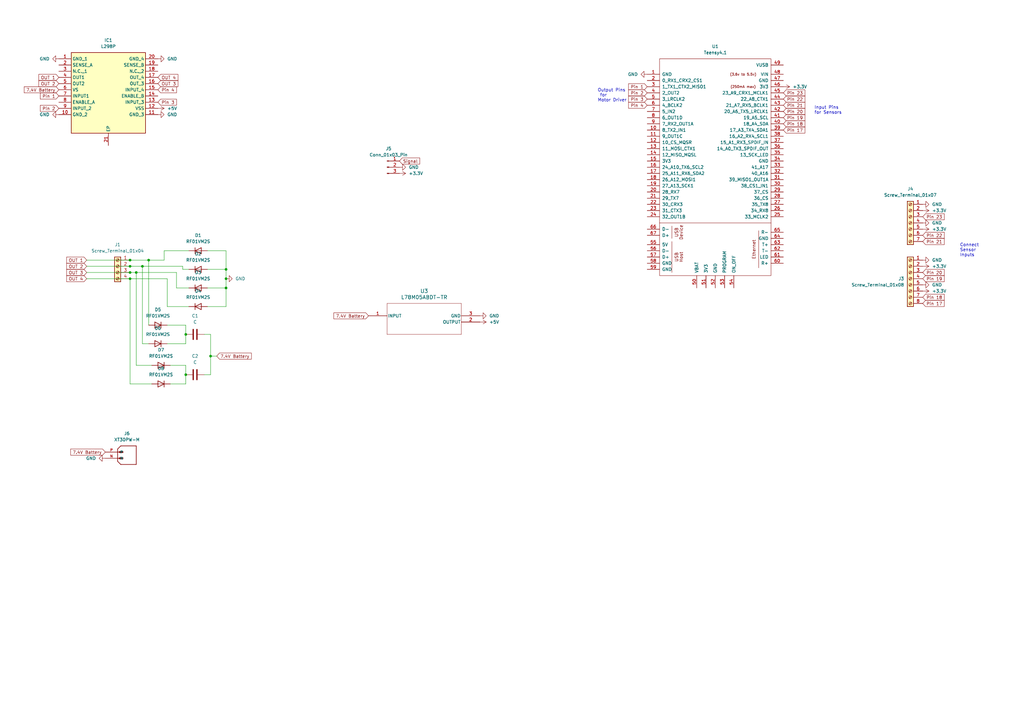
<source format=kicad_sch>
(kicad_sch (version 20230121) (generator eeschema)
  (paper "A3")
  (lib_symbols
    (symbol "Connector:Conn_01x03_Pin" (pin_names (offset 1.016) hide)
      (property "Reference" "J" (at 0 5.08 0))
      (property "Value" "Conn_01x03_Pin" (at 0 -5.08 0))
      (symbol "Conn_01x03_Pin_1_1"
        (polyline (pts (xy 1.27 -2.54) (xy 0.8636 -2.54)) (stroke (width 0.1524)))
        (polyline (pts (xy 1.27 0) (xy 0.8636 0)) (stroke (width 0.1524)))
        (polyline (pts (xy 1.27 2.54) (xy 0.8636 2.54)) (stroke (width 0.1524)))
        (rectangle (start 0.8636 -2.413) (end 0 -2.667) (stroke (width 0.1524)) (fill (type outline)))
        (rectangle (start 0.8636 0.127) (end 0 -0.127) (stroke (width 0.1524)) (fill (type outline)))
        (rectangle (start 0.8636 2.667) (end 0 2.413) (stroke (width 0.1524)) (fill (type outline)))
        (pin passive line (at 5.08 2.54 180) (length 3.81) (name "Pin_1") (number "1"))
        (pin passive line (at 5.08 0 180) (length 3.81) (name "Pin_2") (number "2"))
        (pin passive line (at 5.08 -2.54 180) (length 3.81) (name "Pin_3") (number "3"))
      )
    )
    (symbol "Connector:Screw_Terminal_01x04" (pin_names (offset 1.016) hide)
      (property "Reference" "J" (at 0 5.08 0))
      (property "Value" "Screw_Terminal_01x04" (at 0 -7.62 0))
      (symbol "Screw_Terminal_01x04_1_1"
        (rectangle (start -1.27 3.81) (end 1.27 -6.35) (stroke (width 0.254)) (fill (type background)))
        (circle (center 0 -5.08) (radius 0.635) (stroke (width 0.1524)))
        (circle (center 0 -2.54) (radius 0.635) (stroke (width 0.1524)))
        (polyline (pts (xy -0.5334 -4.7498) (xy 0.3302 -5.588)) (stroke (width 0.1524)))
        (polyline (pts (xy -0.5334 -2.2098) (xy 0.3302 -3.048)) (stroke (width 0.1524)))
        (polyline (pts (xy -0.5334 0.3302) (xy 0.3302 -0.508)) (stroke (width 0.1524)))
        (polyline (pts (xy -0.5334 2.8702) (xy 0.3302 2.032)) (stroke (width 0.1524)))
        (polyline (pts (xy -0.3556 -4.572) (xy 0.508 -5.4102)) (stroke (width 0.1524)))
        (polyline (pts (xy -0.3556 -2.032) (xy 0.508 -2.8702)) (stroke (width 0.1524)))
        (polyline (pts (xy -0.3556 0.508) (xy 0.508 -0.3302)) (stroke (width 0.1524)))
        (polyline (pts (xy -0.3556 3.048) (xy 0.508 2.2098)) (stroke (width 0.1524)))
        (circle (center 0 0) (radius 0.635) (stroke (width 0.1524)))
        (circle (center 0 2.54) (radius 0.635) (stroke (width 0.1524)))
        (pin passive line (at -5.08 2.54 0) (length 3.81) (name "Pin_1") (number "1"))
        (pin passive line (at -5.08 0 0) (length 3.81) (name "Pin_2") (number "2"))
        (pin passive line (at -5.08 -2.54 0) (length 3.81) (name "Pin_3") (number "3"))
        (pin passive line (at -5.08 -5.08 0) (length 3.81) (name "Pin_4") (number "4"))
      )
    )
    (symbol "Connector:Screw_Terminal_01x07" (pin_names (offset 1.016) hide)
      (property "Reference" "J" (at 0 10.16 0))
      (property "Value" "Screw_Terminal_01x07" (at 0 -10.16 0))
      (symbol "Screw_Terminal_01x07_1_1"
        (rectangle (start -1.27 8.89) (end 1.27 -8.89) (stroke (width 0.254)) (fill (type background)))
        (circle (center 0 -7.62) (radius 0.635) (stroke (width 0.1524)))
        (circle (center 0 -5.08) (radius 0.635) (stroke (width 0.1524)))
        (circle (center 0 -2.54) (radius 0.635) (stroke (width 0.1524)))
        (polyline (pts (xy -0.5334 -7.2898) (xy 0.3302 -8.128)) (stroke (width 0.1524)))
        (polyline (pts (xy -0.5334 -4.7498) (xy 0.3302 -5.588)) (stroke (width 0.1524)))
        (polyline (pts (xy -0.5334 -2.2098) (xy 0.3302 -3.048)) (stroke (width 0.1524)))
        (polyline (pts (xy -0.5334 0.3302) (xy 0.3302 -0.508)) (stroke (width 0.1524)))
        (polyline (pts (xy -0.5334 2.8702) (xy 0.3302 2.032)) (stroke (width 0.1524)))
        (polyline (pts (xy -0.5334 5.4102) (xy 0.3302 4.572)) (stroke (width 0.1524)))
        (polyline (pts (xy -0.5334 7.9502) (xy 0.3302 7.112)) (stroke (width 0.1524)))
        (polyline (pts (xy -0.3556 -7.112) (xy 0.508 -7.9502)) (stroke (width 0.1524)))
        (polyline (pts (xy -0.3556 -4.572) (xy 0.508 -5.4102)) (stroke (width 0.1524)))
        (polyline (pts (xy -0.3556 -2.032) (xy 0.508 -2.8702)) (stroke (width 0.1524)))
        (polyline (pts (xy -0.3556 0.508) (xy 0.508 -0.3302)) (stroke (width 0.1524)))
        (polyline (pts (xy -0.3556 3.048) (xy 0.508 2.2098)) (stroke (width 0.1524)))
        (polyline (pts (xy -0.3556 5.588) (xy 0.508 4.7498)) (stroke (width 0.1524)))
        (polyline (pts (xy -0.3556 8.128) (xy 0.508 7.2898)) (stroke (width 0.1524)))
        (circle (center 0 0) (radius 0.635) (stroke (width 0.1524)))
        (circle (center 0 2.54) (radius 0.635) (stroke (width 0.1524)))
        (circle (center 0 5.08) (radius 0.635) (stroke (width 0.1524)))
        (circle (center 0 7.62) (radius 0.635) (stroke (width 0.1524)))
        (pin passive line (at -5.08 7.62 0) (length 3.81) (name "Pin_1") (number "1"))
        (pin passive line (at -5.08 5.08 0) (length 3.81) (name "Pin_2") (number "2"))
        (pin passive line (at -5.08 2.54 0) (length 3.81) (name "Pin_3") (number "3"))
        (pin passive line (at -5.08 0 0) (length 3.81) (name "Pin_4") (number "4"))
        (pin passive line (at -5.08 -2.54 0) (length 3.81) (name "Pin_5") (number "5"))
        (pin passive line (at -5.08 -5.08 0) (length 3.81) (name "Pin_6") (number "6"))
        (pin passive line (at -5.08 -7.62 0) (length 3.81) (name "Pin_7") (number "7"))
      )
    )
    (symbol "Connector:Screw_Terminal_01x08" (pin_names (offset 1.016) hide)
      (property "Reference" "J" (at 0 10.16 0))
      (property "Value" "Screw_Terminal_01x08" (at 0 -12.7 0))
      (symbol "Screw_Terminal_01x08_1_1"
        (rectangle (start -1.27 8.89) (end 1.27 -11.43) (stroke (width 0.254)) (fill (type background)))
        (circle (center 0 -10.16) (radius 0.635) (stroke (width 0.1524)))
        (circle (center 0 -7.62) (radius 0.635) (stroke (width 0.1524)))
        (circle (center 0 -5.08) (radius 0.635) (stroke (width 0.1524)))
        (circle (center 0 -2.54) (radius 0.635) (stroke (width 0.1524)))
        (polyline (pts (xy -0.5334 -9.8298) (xy 0.3302 -10.668)) (stroke (width 0.1524)))
        (polyline (pts (xy -0.5334 -7.2898) (xy 0.3302 -8.128)) (stroke (width 0.1524)))
        (polyline (pts (xy -0.5334 -4.7498) (xy 0.3302 -5.588)) (stroke (width 0.1524)))
        (polyline (pts (xy -0.5334 -2.2098) (xy 0.3302 -3.048)) (stroke (width 0.1524)))
        (polyline (pts (xy -0.5334 0.3302) (xy 0.3302 -0.508)) (stroke (width 0.1524)))
        (polyline (pts (xy -0.5334 2.8702) (xy 0.3302 2.032)) (stroke (width 0.1524)))
        (polyline (pts (xy -0.5334 5.4102) (xy 0.3302 4.572)) (stroke (width 0.1524)))
        (polyline (pts (xy -0.5334 7.9502) (xy 0.3302 7.112)) (stroke (width 0.1524)))
        (polyline (pts (xy -0.3556 -9.652) (xy 0.508 -10.4902)) (stroke (width 0.1524)))
        (polyline (pts (xy -0.3556 -7.112) (xy 0.508 -7.9502)) (stroke (width 0.1524)))
        (polyline (pts (xy -0.3556 -4.572) (xy 0.508 -5.4102)) (stroke (width 0.1524)))
        (polyline (pts (xy -0.3556 -2.032) (xy 0.508 -2.8702)) (stroke (width 0.1524)))
        (polyline (pts (xy -0.3556 0.508) (xy 0.508 -0.3302)) (stroke (width 0.1524)))
        (polyline (pts (xy -0.3556 3.048) (xy 0.508 2.2098)) (stroke (width 0.1524)))
        (polyline (pts (xy -0.3556 5.588) (xy 0.508 4.7498)) (stroke (width 0.1524)))
        (polyline (pts (xy -0.3556 8.128) (xy 0.508 7.2898)) (stroke (width 0.1524)))
        (circle (center 0 0) (radius 0.635) (stroke (width 0.1524)))
        (circle (center 0 2.54) (radius 0.635) (stroke (width 0.1524)))
        (circle (center 0 5.08) (radius 0.635) (stroke (width 0.1524)))
        (circle (center 0 7.62) (radius 0.635) (stroke (width 0.1524)))
        (pin passive line (at -5.08 7.62 0) (length 3.81) (name "Pin_1") (number "1"))
        (pin passive line (at -5.08 5.08 0) (length 3.81) (name "Pin_2") (number "2"))
        (pin passive line (at -5.08 2.54 0) (length 3.81) (name "Pin_3") (number "3"))
        (pin passive line (at -5.08 0 0) (length 3.81) (name "Pin_4") (number "4"))
        (pin passive line (at -5.08 -2.54 0) (length 3.81) (name "Pin_5") (number "5"))
        (pin passive line (at -5.08 -5.08 0) (length 3.81) (name "Pin_6") (number "6"))
        (pin passive line (at -5.08 -7.62 0) (length 3.81) (name "Pin_7") (number "7"))
        (pin passive line (at -5.08 -10.16 0) (length 3.81) (name "Pin_8") (number "8"))
      )
    )
    (symbol "Device:C" (pin_numbers hide) (pin_names (offset 0.254))
      (property "Reference" "C" (at 0.635 2.54 0))
      (property "Value" "C" (at 0.635 -2.54 0))
      (symbol "C_0_1"
        (polyline (pts (xy -2.032 -0.762) (xy 2.032 -0.762)) (stroke (width 0.508)))
        (polyline (pts (xy -2.032 0.762) (xy 2.032 0.762)) (stroke (width 0.508)))
      )
      (symbol "C_1_1"
        (pin passive line (at 0 3.81 270) (length 2.794) (name "~") (number "1"))
        (pin passive line (at 0 -3.81 90) (length 2.794) (name "~") (number "2"))
      )
    )
    (symbol "Diode:RF01VM2S" (pin_numbers hide) (pin_names hide)
      (property "Reference" "D" (at 0 2.54 0))
      (property "Value" "RF01VM2S" (at 0 -2.54 0))
      (symbol "RF01VM2S_0_1"
        (polyline (pts (xy -1.27 1.27) (xy -1.27 -1.27)) (stroke (width 0.254)))
        (polyline (pts (xy 1.27 0) (xy -1.27 0)))
        (polyline (pts (xy 1.27 1.27) (xy 1.27 -1.27) (xy -1.27 0) (xy 1.27 1.27)) (stroke (width 0.254)))
      )
      (symbol "RF01VM2S_1_1"
        (pin passive line (at -3.81 0 0) (length 2.54) (name "K") (number "1"))
        (pin passive line (at 3.81 0 180) (length 2.54) (name "A") (number "2"))
      )
    )
    (symbol "L298P:L298P"
      (property "Reference" "IC" (at 36.83 7.62 0))
      (property "Value" "L298P" (at 36.83 5.08 0))
      (symbol "L298P_1_1"
        (rectangle (start 5.08 2.54) (end 35.56 -30.48) (stroke (width 0.254)) (fill (type background)))
        (pin passive line (at 0 0 0) (length 5.08) (name "GND_1") (number "1"))
        (pin passive line (at 0 -22.86 0) (length 5.08) (name "GND_2") (number "10"))
        (pin passive line (at 40.64 -22.86 180) (length 5.08) (name "GND_3") (number "11"))
        (pin passive line (at 40.64 -20.32 180) (length 5.08) (name "VSS") (number "12"))
        (pin passive line (at 40.64 -17.78 180) (length 5.08) (name "INPUT_3") (number "13"))
        (pin passive line (at 40.64 -15.24 180) (length 5.08) (name "ENABLE_B") (number "14"))
        (pin passive line (at 40.64 -12.7 180) (length 5.08) (name "INPUT_4") (number "15"))
        (pin passive line (at 40.64 -10.16 180) (length 5.08) (name "OUT_3") (number "16"))
        (pin passive line (at 40.64 -7.62 180) (length 5.08) (name "OUT_4") (number "17"))
        (pin passive line (at 40.64 -5.08 180) (length 5.08) (name "N.C._2") (number "18"))
        (pin passive line (at 40.64 -2.54 180) (length 5.08) (name "SENSE_B") (number "19"))
        (pin passive line (at 0 -2.54 0) (length 5.08) (name "SENSE_A") (number "2"))
        (pin passive line (at 40.64 0 180) (length 5.08) (name "GND_4") (number "20"))
        (pin passive line (at 20.32 -35.56 90) (length 5.08) (name "EP") (number "21"))
        (pin passive line (at 0 -5.08 0) (length 5.08) (name "N.C._1") (number "3"))
        (pin passive line (at 0 -7.62 0) (length 5.08) (name "OUT1") (number "4"))
        (pin passive line (at 0 -10.16 0) (length 5.08) (name "OUT2") (number "5"))
        (pin passive line (at 0 -12.7 0) (length 5.08) (name "VS") (number "6"))
        (pin passive line (at 0 -15.24 0) (length 5.08) (name "INPUT1") (number "7"))
        (pin passive line (at 0 -17.78 0) (length 5.08) (name "ENABLE_A") (number "8"))
        (pin passive line (at 0 -20.32 0) (length 5.08) (name "INPUT_2") (number "9"))
      )
    )
    (symbol "L78M05ABDT-TR:L78M05ABDT-TR" (pin_names (offset 0.254))
      (property "Reference" "U" (at 22.86 10.16 0))
      (property "Value" "L78M05ABDT-TR" (at 22.86 7.62 0))
      (symbol "L78M05ABDT-TR_0_1"
        (polyline (pts (xy 7.62 -7.62) (xy 38.1 -7.62)) (stroke (width 0.127)))
        (polyline (pts (xy 7.62 5.08) (xy 7.62 -7.62)) (stroke (width 0.127)))
        (polyline (pts (xy 38.1 -7.62) (xy 38.1 5.08)) (stroke (width 0.127)))
        (polyline (pts (xy 38.1 5.08) (xy 7.62 5.08)) (stroke (width 0.127)))
        (pin input line (at 0 0 0) (length 7.62) (name "INPUT") (number "1"))
        (pin output line (at 45.72 -2.54 180) (length 7.62) (name "OUTPUT") (number "2"))
        (pin power_out line (at 45.72 0 180) (length 7.62) (name "GND") (number "3"))
      )
    )
    (symbol "XT30PW-M:XT30PW-M" (pin_names (offset 1.016))
      (property "Reference" "J" (at -7.62 3.302 0))
      (property "Value" "XT30PW-M" (at -7.62 -7.62 0))
      (symbol "XT30PW-M_0_0"
        (rectangle (start -2.2225 -2.8575) (end -0.635 -2.2225) (stroke (width 0.1)) (fill (type outline)))
        (rectangle (start -2.2225 -0.3175) (end -0.635 0.3175) (stroke (width 0.1)) (fill (type outline)))
        (polyline (pts (xy -7.62 -5.08) (xy -7.62 2.54)) (stroke (width 0.254)))
        (polyline (pts (xy -7.62 2.54) (xy -1.27 2.54)) (stroke (width 0.254)))
        (polyline (pts (xy -1.27 -5.08) (xy -7.62 -5.08)) (stroke (width 0.254)))
        (polyline (pts (xy 0 -3.81) (xy -1.27 -5.08)) (stroke (width 0.254)))
        (polyline (pts (xy 0 -2.54) (xy -1.905 -2.54)) (stroke (width 0.254)))
        (polyline (pts (xy 0 0) (xy -1.905 0)) (stroke (width 0.254)))
        (polyline (pts (xy 0 0) (xy 0 -3.81)) (stroke (width 0.254)))
        (polyline (pts (xy 0 1.27) (xy -1.27 2.54)) (stroke (width 0.254)))
        (polyline (pts (xy 0 1.27) (xy 0 0)) (stroke (width 0.254)))
        (pin power_in line (at 5.08 -2.54 180) (length 5.08) (name "N") (number "N"))
        (pin power_in line (at 5.08 0 180) (length 5.08) (name "P") (number "P"))
      )
    )
    (symbol "power:+3.3V" (power) (pin_names (offset 0))
      (property "Value" "+3.3V" (at 0 3.556 0))
      (symbol "+3.3V_0_1"
        (polyline (pts (xy -0.762 1.27) (xy 0 2.54)))
        (polyline (pts (xy 0 0) (xy 0 2.54)))
        (polyline (pts (xy 0 2.54) (xy 0.762 1.27)))
      )
      (symbol "+3.3V_1_1"
        (pin power_in line (at 0 0 90) (length 0) hide (name "+3.3V") (number "1"))
      )
    )
    (symbol "power:+5V" (power) (pin_names (offset 0))
      (property "Value" "+5V" (at 0 3.556 0))
      (symbol "+5V_0_1"
        (polyline (pts (xy -0.762 1.27) (xy 0 2.54)))
        (polyline (pts (xy 0 0) (xy 0 2.54)))
        (polyline (pts (xy 0 2.54) (xy 0.762 1.27)))
      )
      (symbol "+5V_1_1"
        (pin power_in line (at 0 0 90) (length 0) hide (name "+5V") (number "1"))
      )
    )
    (symbol "power:GND" (power) (pin_names (offset 0))
      (property "Value" "GND" (at 0 -3.81 0))
      (symbol "GND_0_1"
        (polyline (pts (xy 0 0) (xy 0 -1.27) (xy 1.27 -1.27) (xy 0 -2.54) (xy -1.27 -1.27) (xy 0 -1.27)))
      )
      (symbol "GND_1_1"
        (pin power_in line (at 0 0 270) (length 0) hide (name "GND") (number "1"))
      )
    )
    (symbol "teensy:Teensy4.1" (pin_names (offset 1.016))
      (property "Reference" "U" (at 0 64.77 0))
      (property "Value" "Teensy4.1" (at 0 62.23 0))
      (symbol "Teensy4.1_0_0"
        (polyline (pts (xy -22.86 -6.35) (xy 22.86 -6.35)))
        (polyline (pts (xy -17.78 -26.67) (xy -17.78 -13.97)))
        (polyline (pts (xy -17.78 -7.62) (xy -17.78 -12.7)))
        (polyline (pts (xy 17.78 -9.525) (xy 17.78 -24.765)))
        (text "(250mA max)" (at 11.43 49.53 0) (effects (font (size 1.016 1.016))))
        (text "(3.6v to 5.5v)" (at 11.43 54.61 0) (effects (font (size 1.016 1.016))))
        (text "Device" (at -13.97 -10.16 900) (effects (font (size 1.27 1.27))))
        (text "Ethernet" (at 15.875 -17.145 900) (effects (font (size 1.27 1.27))))
        (text "Host" (at -13.97 -20.32 900) (effects (font (size 1.27 1.27))))
        (text "USB" (at -15.875 -20.32 900) (effects (font (size 1.27 1.27))))
        (text "USB" (at -15.875 -10.16 900) (effects (font (size 1.27 1.27))))
        (pin bidirectional line (at -27.94 31.75 0) (length 5.08) (name "8_TX2_IN1") (number "10"))
        (pin bidirectional line (at -27.94 29.21 0) (length 5.08) (name "9_OUT1C") (number "11"))
        (pin bidirectional line (at -27.94 26.67 0) (length 5.08) (name "10_CS_MQSR") (number "12"))
        (pin bidirectional line (at -27.94 24.13 0) (length 5.08) (name "11_MOSI_CTX1") (number "13"))
        (pin bidirectional line (at -27.94 21.59 0) (length 5.08) (name "12_MISO_MQSL") (number "14"))
        (pin power_in line (at -27.94 19.05 0) (length 5.08) (name "3V3") (number "15"))
        (pin bidirectional line (at -27.94 16.51 0) (length 5.08) (name "24_A10_TX6_SCL2") (number "16"))
        (pin bidirectional line (at -27.94 13.97 0) (length 5.08) (name "25_A11_RX6_SDA2") (number "17"))
        (pin bidirectional line (at -27.94 11.43 0) (length 5.08) (name "26_A12_MOSI1") (number "18"))
        (pin bidirectional line (at -27.94 8.89 0) (length 5.08) (name "27_A13_SCK1") (number "19"))
        (pin bidirectional line (at -27.94 6.35 0) (length 5.08) (name "28_RX7") (number "20"))
        (pin bidirectional line (at -27.94 3.81 0) (length 5.08) (name "29_TX7") (number "21"))
        (pin bidirectional line (at -27.94 1.27 0) (length 5.08) (name "30_CRX3") (number "22"))
        (pin bidirectional line (at -27.94 -1.27 0) (length 5.08) (name "31_CTX3") (number "23"))
        (pin bidirectional line (at -27.94 -3.81 0) (length 5.08) (name "32_OUT1B") (number "24"))
        (pin bidirectional line (at 27.94 -3.81 180) (length 5.08) (name "33_MCLK2") (number "25"))
        (pin bidirectional line (at 27.94 -1.27 180) (length 5.08) (name "34_RX8") (number "26"))
        (pin bidirectional line (at 27.94 1.27 180) (length 5.08) (name "35_TX8") (number "27"))
        (pin bidirectional line (at 27.94 3.81 180) (length 5.08) (name "36_CS") (number "28"))
        (pin bidirectional line (at 27.94 6.35 180) (length 5.08) (name "37_CS") (number "29"))
        (pin bidirectional line (at 27.94 8.89 180) (length 5.08) (name "38_CS1_IN1") (number "30"))
        (pin bidirectional line (at 27.94 11.43 180) (length 5.08) (name "39_MISO1_OUT1A") (number "31"))
        (pin bidirectional line (at 27.94 13.97 180) (length 5.08) (name "40_A16") (number "32"))
        (pin bidirectional line (at 27.94 16.51 180) (length 5.08) (name "41_A17") (number "33"))
        (pin bidirectional line (at 27.94 21.59 180) (length 5.08) (name "13_SCK_LED") (number "35"))
        (pin bidirectional line (at 27.94 24.13 180) (length 5.08) (name "14_A0_TX3_SPDIF_OUT") (number "36"))
        (pin bidirectional line (at 27.94 26.67 180) (length 5.08) (name "15_A1_RX3_SPDIF_IN") (number "37"))
        (pin bidirectional line (at 27.94 29.21 180) (length 5.08) (name "16_A2_RX4_SCL1") (number "38"))
        (pin bidirectional line (at 27.94 31.75 180) (length 5.08) (name "17_A3_TX4_SDA1") (number "39"))
        (pin bidirectional line (at 27.94 34.29 180) (length 5.08) (name "18_A4_SDA") (number "40"))
        (pin bidirectional line (at 27.94 36.83 180) (length 5.08) (name "19_A5_SCL") (number "41"))
        (pin bidirectional line (at 27.94 39.37 180) (length 5.08) (name "20_A6_TX5_LRCLK1") (number "42"))
        (pin bidirectional line (at 27.94 41.91 180) (length 5.08) (name "21_A7_RX5_BCLK1") (number "43"))
        (pin bidirectional line (at 27.94 44.45 180) (length 5.08) (name "22_A8_CTX1") (number "44"))
        (pin bidirectional line (at 27.94 46.99 180) (length 5.08) (name "23_A9_CRX1_MCLK1") (number "45"))
        (pin output line (at 27.94 49.53 180) (length 5.08) (name "3V3") (number "46"))
        (pin output line (at 27.94 52.07 180) (length 5.08) (name "GND") (number "47"))
        (pin power_in line (at 27.94 54.61 180) (length 5.08) (name "VIN") (number "48"))
        (pin power_out line (at 27.94 58.42 180) (length 5.08) (name "VUSB") (number "49"))
        (pin bidirectional line (at -27.94 44.45 0) (length 5.08) (name "3_LRCLK2") (number "5"))
        (pin power_in line (at -7.62 -33.02 90) (length 5.08) (name "VBAT") (number "50"))
        (pin power_in line (at -3.81 -33.02 90) (length 5.08) (name "3V3") (number "51"))
        (pin input line (at 0 -33.02 90) (length 5.08) (name "GND") (number "52"))
        (pin input line (at 3.81 -33.02 90) (length 5.08) (name "PROGRAM") (number "53"))
        (pin input line (at 7.62 -33.02 90) (length 5.08) (name "ON_OFF") (number "54"))
        (pin power_out line (at -27.94 -15.24 0) (length 5.08) (name "5V") (number "55"))
        (pin bidirectional line (at -27.94 -17.78 0) (length 5.08) (name "D-") (number "56"))
        (pin bidirectional line (at -27.94 -20.32 0) (length 5.08) (name "D+") (number "57"))
        (pin power_in line (at -27.94 -22.86 0) (length 5.08) (name "GND") (number "58"))
        (pin power_in line (at -27.94 -25.4 0) (length 5.08) (name "GND") (number "59"))
        (pin bidirectional line (at -27.94 41.91 0) (length 5.08) (name "4_BCLK2") (number "6"))
        (pin bidirectional line (at 27.94 -22.86 180) (length 5.08) (name "R+") (number "60"))
        (pin bidirectional line (at 27.94 -20.32 180) (length 5.08) (name "LED") (number "61"))
        (pin bidirectional line (at 27.94 -17.78 180) (length 5.08) (name "T-") (number "62"))
        (pin bidirectional line (at 27.94 -15.24 180) (length 5.08) (name "T+") (number "63"))
        (pin power_in line (at 27.94 -12.7 180) (length 5.08) (name "GND") (number "64"))
        (pin bidirectional line (at 27.94 -10.16 180) (length 5.08) (name "R-") (number "65"))
        (pin bidirectional line (at -27.94 -8.89 0) (length 5.08) (name "D-") (number "66"))
        (pin bidirectional line (at -27.94 -11.43 0) (length 5.08) (name "D+") (number "67"))
        (pin bidirectional line (at -27.94 39.37 0) (length 5.08) (name "5_IN2") (number "7"))
        (pin bidirectional line (at -27.94 36.83 0) (length 5.08) (name "6_OUT1D") (number "8"))
        (pin bidirectional line (at -27.94 34.29 0) (length 5.08) (name "7_RX2_OUT1A") (number "9"))
      )
      (symbol "Teensy4.1_0_1"
        (rectangle (start -22.86 60.96) (end 22.86 -27.94))
        (rectangle (start -20.32 -1.27) (end -20.32 -1.27))
      )
      (symbol "Teensy4.1_1_1"
        (pin power_in line (at -27.94 54.61 0) (length 5.08) (name "GND") (number "1"))
        (pin bidirectional line (at -27.94 52.07 0) (length 5.08) (name "0_RX1_CRX2_CS1") (number "2"))
        (pin bidirectional line (at -27.94 49.53 0) (length 5.08) (name "1_TX1_CTX2_MISO1") (number "3"))
        (pin power_in line (at 27.94 19.05 180) (length 5.08) (name "GND") (number "34"))
        (pin bidirectional line (at -27.94 46.99 0) (length 5.08) (name "2_OUT2") (number "4"))
      )
    )
  )
  (junction (at 92.71 118.11))
  (junction (at 86.36 146.05))
  (junction (at 92.71 110.49))
  (junction (at 92.71 114.3))
  (junction (at 53.34 109.22))
  (junction (at 58.42 109.22))
  (junction (at 60.96 106.68))
  (junction (at 76.2 137.16))
  (junction (at 53.34 111.76))
  (junction (at 53.34 114.3))
  (junction (at 76.2 153.67))
  (junction (at 55.88 111.76))
  (junction (at 53.34 106.68))
  (wire (pts (xy 53.34 157.48) (xy 53.34 114.3)))
  (wire (pts (xy 69.85 149.86) (xy 76.2 149.86)))
  (wire (pts (xy 55.88 149.86) (xy 55.88 111.76)))
  (wire (pts (xy 53.34 114.3) (xy 68.58 114.3)))
  (wire (pts (xy 74.93 110.49) (xy 77.47 110.49)))
  (wire (pts (xy 62.23 157.48) (xy 53.34 157.48)))
  (wire (pts (xy 86.36 146.05) (xy 88.9 146.05)))
  (wire (pts (xy 68.58 114.3) (xy 68.58 125.73)))
  (wire (pts (xy 74.93 109.22) (xy 74.93 110.49)))
  (wire (pts (xy 55.88 111.76) (xy 72.39 111.76)))
  (wire (pts (xy 85.09 118.11) (xy 92.71 118.11)))
  (wire (pts (xy 35.56 106.68) (xy 53.34 106.68)))
  (wire (pts (xy 62.23 149.86) (xy 55.88 149.86)))
  (wire (pts (xy 53.34 111.76) (xy 55.88 111.76)))
  (wire (pts (xy 92.71 110.49) (xy 92.71 114.3)))
  (wire (pts (xy 85.09 125.73) (xy 92.71 125.73)))
  (wire (pts (xy 83.82 153.67) (xy 86.36 153.67)))
  (wire (pts (xy 86.36 137.16) (xy 86.36 146.05)))
  (wire (pts (xy 58.42 140.97) (xy 58.42 109.22)))
  (wire (pts (xy 86.36 146.05) (xy 86.36 153.67)))
  (wire (pts (xy 68.58 125.73) (xy 77.47 125.73)))
  (wire (pts (xy 60.96 106.68) (xy 67.31 106.68)))
  (wire (pts (xy 68.58 133.35) (xy 76.2 133.35)))
  (wire (pts (xy 76.2 157.48) (xy 76.2 153.67)))
  (wire (pts (xy 58.42 109.22) (xy 74.93 109.22)))
  (wire (pts (xy 76.2 133.35) (xy 76.2 137.16)))
  (wire (pts (xy 69.85 157.48) (xy 76.2 157.48)))
  (wire (pts (xy 76.2 149.86) (xy 76.2 153.67)))
  (wire (pts (xy 67.31 106.68) (xy 67.31 102.87)))
  (wire (pts (xy 35.56 114.3) (xy 53.34 114.3)))
  (wire (pts (xy 72.39 111.76) (xy 72.39 118.11)))
  (wire (pts (xy 53.34 106.68) (xy 60.96 106.68)))
  (wire (pts (xy 68.58 140.97) (xy 76.2 140.97)))
  (wire (pts (xy 92.71 125.73) (xy 92.71 118.11)))
  (wire (pts (xy 83.82 137.16) (xy 86.36 137.16)))
  (wire (pts (xy 92.71 102.87) (xy 92.71 110.49)))
  (wire (pts (xy 67.31 102.87) (xy 77.47 102.87)))
  (wire (pts (xy 60.96 140.97) (xy 58.42 140.97)))
  (wire (pts (xy 60.96 106.68) (xy 60.96 133.35)))
  (wire (pts (xy 53.34 109.22) (xy 58.42 109.22)))
  (wire (pts (xy 35.56 109.22) (xy 53.34 109.22)))
  (wire (pts (xy 92.71 118.11) (xy 92.71 114.3)))
  (wire (pts (xy 35.56 111.76) (xy 53.34 111.76)))
  (wire (pts (xy 85.09 110.49) (xy 92.71 110.49)))
  (wire (pts (xy 72.39 118.11) (xy 77.47 118.11)))
  (wire (pts (xy 76.2 140.97) (xy 76.2 137.16)))
  (wire (pts (xy 85.09 102.87) (xy 92.71 102.87)))
  (text "Output Pins\n for \nMotor Driver" (at 245.11 41.91 0) (effects (font (size 1.27 1.27)) (justify left bottom)))
  (text "Input Pins \nfor Sensors" (at 334.01 46.99 0) (effects (font (size 1.27 1.27)) (justify left bottom)))
  (text "Connect \nSensor \nInputs" (at 393.7 105.41 0) (effects (font (size 1.27 1.27)) (justify left bottom)))
  (global_label "OUT 4" (shape input) (at 64.77 31.75 0) (property "Intersheetrefs" "${INTERSHEET_REFS}" (effects hide)))
  (global_label "Pin 18" (shape input) (at 321.31 50.8 0) (property "Intersheetrefs" "${INTERSHEET_REFS}" (effects hide)))
  (global_label "OUT 3" (shape input) (at 64.77 34.29 0) (property "Intersheetrefs" "${INTERSHEET_REFS}" (effects hide)))
  (global_label "OUT 4" (shape input) (at 35.56 114.3 180) (property "Intersheetrefs" "${INTERSHEET_REFS}" (effects hide)))
  (global_label "7.4V Battery" (shape input) (at 24.13 36.83 180) (property "Intersheetrefs" "${INTERSHEET_REFS}" (effects hide)))
  (global_label "Pin 17" (shape input) (at 378.46 124.46 0) (property "Intersheetrefs" "${INTERSHEET_REFS}" (effects hide)))
  (global_label "Pin 20" (shape input) (at 378.46 111.76 0) (property "Intersheetrefs" "${INTERSHEET_REFS}" (effects hide)))
  (global_label "Pin 4" (shape input) (at 265.43 43.18 180) (property "Intersheetrefs" "${INTERSHEET_REFS}" (effects hide)))
  (global_label "Pin 21" (shape input) (at 321.31 43.18 0) (property "Intersheetrefs" "${INTERSHEET_REFS}" (effects hide)))
  (global_label "Pin 19" (shape input) (at 378.46 114.3 0) (property "Intersheetrefs" "${INTERSHEET_REFS}" (effects hide)))
  (global_label "7.4V Battery" (shape input) (at 88.9 146.05 0) (property "Intersheetrefs" "${INTERSHEET_REFS}" (effects hide)))
  (global_label "Pin 18" (shape input) (at 378.46 121.92 0) (property "Intersheetrefs" "${INTERSHEET_REFS}" (effects hide)))
  (global_label "OUT 2" (shape input) (at 35.56 109.22 180) (property "Intersheetrefs" "${INTERSHEET_REFS}" (effects hide)))
  (global_label "Pin 21" (shape input) (at 378.46 99.06 0) (property "Intersheetrefs" "${INTERSHEET_REFS}" (effects hide)))
  (global_label "OUT 1" (shape input) (at 35.56 106.68 180) (property "Intersheetrefs" "${INTERSHEET_REFS}" (effects hide)))
  (global_label "OUT 2" (shape input) (at 24.13 34.29 180) (property "Intersheetrefs" "${INTERSHEET_REFS}" (effects hide)))
  (global_label "Pin 23" (shape input) (at 321.31 38.1 0) (property "Intersheetrefs" "${INTERSHEET_REFS}" (effects hide)))
  (global_label "Pin 17" (shape input) (at 321.31 53.34 0) (property "Intersheetrefs" "${INTERSHEET_REFS}" (effects hide)))
  (global_label "Pin 22" (shape input) (at 321.31 40.64 0) (property "Intersheetrefs" "${INTERSHEET_REFS}" (effects hide)))
  (global_label "Pin 3" (shape input) (at 265.43 40.64 180) (property "Intersheetrefs" "${INTERSHEET_REFS}" (effects hide)))
  (global_label "Pin 23" (shape input) (at 378.46 88.9 0) (property "Intersheetrefs" "${INTERSHEET_REFS}" (effects hide)))
  (global_label "7.4V Battery" (shape input) (at 151.13 129.54 180) (property "Intersheetrefs" "${INTERSHEET_REFS}" (effects hide)))
  (global_label "OUT 3" (shape input) (at 35.56 111.76 180) (property "Intersheetrefs" "${INTERSHEET_REFS}" (effects hide)))
  (global_label "Pin 2" (shape input) (at 265.43 38.1 180) (property "Intersheetrefs" "${INTERSHEET_REFS}" (effects hide)))
  (global_label "Pin 1" (shape input) (at 265.43 35.56 180) (property "Intersheetrefs" "${INTERSHEET_REFS}" (effects hide)))
  (global_label "Pin 4" (shape input) (at 64.77 36.83 0) (property "Intersheetrefs" "${INTERSHEET_REFS}" (effects hide)))
  (global_label "Pin 20" (shape input) (at 321.31 45.72 0) (property "Intersheetrefs" "${INTERSHEET_REFS}" (effects hide)))
  (global_label "Signal" (shape input) (at 163.83 66.04 0) (property "Intersheetrefs" "${INTERSHEET_REFS}" (effects hide)))
  (global_label "Pin 19" (shape input) (at 321.31 48.26 0) (property "Intersheetrefs" "${INTERSHEET_REFS}" (effects hide)))
  (global_label "Pin 3" (shape input) (at 64.77 41.91 0) (property "Intersheetrefs" "${INTERSHEET_REFS}" (effects hide)))
  (global_label "7.4V Battery" (shape input) (at 43.18 185.42 180) (property "Intersheetrefs" "${INTERSHEET_REFS}" (effects hide)))
  (global_label "Pin 22" (shape input) (at 378.46 96.52 0) (property "Intersheetrefs" "${INTERSHEET_REFS}" (effects hide)))
  (global_label "Pin 1" (shape input) (at 24.13 39.37 180) (property "Intersheetrefs" "${INTERSHEET_REFS}" (effects hide)))
  (global_label "OUT 1" (shape input) (at 24.13 31.75 180) (property "Intersheetrefs" "${INTERSHEET_REFS}" (effects hide)))
  (global_label "Pin 2" (shape input) (at 24.13 44.45 180) (property "Intersheetrefs" "${INTERSHEET_REFS}" (effects hide)))
  (symbol (lib_id "power:GND") (at 24.13 46.99 270) (unit 1)
    (property "Reference" "#PWR05" (effects hide))
    (property "Value" "GND" (at 20.32 46.99 90) (effects (justify right)))
  )
  (symbol (lib_id "Device:C") (at 80.01 137.16 90) (unit 1)
    (property "Reference" "C1" (at 80.01 129.54 90))
    (property "Value" "C" (at 80.01 132.08 90))
  )
  (symbol (lib_id "Diode:RF01VM2S") (at 66.04 157.48 0) (mirror y) (unit 1)
    (property "Reference" "D8" (at 66.04 151.13 0))
    (property "Value" "RF01VM2S" (at 66.04 153.67 0))
    (property "Footprint" "Diode_SMD:D_SOD-323" (effects hide))
    (property "Datasheet" "https://fscdn.rohm.com/en/products/databook/datasheet/discrete/diode/fast_recovery/rf01vm2s.pdf" (effects hide))
    (property "Sim.Device" "D" (effects hide))
    (property "Sim.Pins" "1=K 2=A" (effects hide))
  )
  (symbol (lib_id "Diode:RF01VM2S") (at 64.77 133.35 0) (mirror y) (unit 1)
    (property "Reference" "D5" (at 64.77 127 0))
    (property "Value" "RF01VM2S" (at 64.77 129.54 0))
    (property "Footprint" "Diode_SMD:D_SOD-323" (effects hide))
    (property "Datasheet" "https://fscdn.rohm.com/en/products/databook/datasheet/discrete/diode/fast_recovery/rf01vm2s.pdf" (effects hide))
    (property "Sim.Device" "D" (effects hide))
    (property "Sim.Pins" "1=K 2=A" (effects hide))
  )
  (symbol (lib_id "power:+3.3V") (at 378.46 119.38 270) (unit 1)
    (property "Reference" "#PWR013" (effects hide))
    (property "Value" "+3.3V" (at 382.27 119.38 90) (effects (justify left)))
  )
  (symbol (lib_id "teensy:Teensy4.1") (at 293.37 85.09 0) (unit 1)
    (property "Reference" "U1" (at 293.37 19.05 0))
    (property "Value" "Teensy4.1" (at 293.37 21.59 0))
    (property "Footprint" "RW_Wasabi:Teensy41" (effects hide))
  )
  (symbol (lib_id "Diode:RF01VM2S") (at 81.28 110.49 0) (unit 1)
    (property "Reference" "D2" (at 81.28 104.14 0))
    (property "Value" "RF01VM2S" (at 81.28 106.68 0))
    (property "Footprint" "Diode_SMD:D_SOD-323" (effects hide))
    (property "Datasheet" "https://fscdn.rohm.com/en/products/databook/datasheet/discrete/diode/fast_recovery/rf01vm2s.pdf" (effects hide))
    (property "Sim.Device" "D" (effects hide))
    (property "Sim.Pins" "1=K 2=A" (effects hide))
  )
  (symbol (lib_id "power:+3.3V") (at 321.31 35.56 270) (unit 1)
    (property "Reference" "#PWR017" (effects hide))
    (property "Value" "+3.3V" (at 325.12 35.56 90) (effects (justify left)))
  )
  (symbol (lib_id "power:+3.3V") (at 378.46 86.36 270) (unit 1)
    (property "Reference" "#PWR020" (effects hide))
    (property "Value" "+3.3V" (at 382.27 86.36 90) (effects (justify left)))
  )
  (symbol (lib_id "Connector:Screw_Terminal_01x07") (at 373.38 91.44 0) (mirror y) (unit 1)
    (property "Reference" "J4" (at 373.38 77.47 0))
    (property "Value" "Screw_Terminal_01x07" (at 373.38 80.01 0))
  )
  (symbol (lib_id "power:GND") (at 64.77 24.13 90) (unit 1)
    (property "Reference" "#PWR02" (effects hide))
    (property "Value" "GND" (at 68.58 24.13 90) (effects (justify right)))
  )
  (symbol (lib_id "power:+5V") (at 196.85 132.08 270) (unit 1)
    (property "Reference" "#PWR011" (effects hide))
    (property "Value" "+5V" (at 200.66 132.08 90) (effects (justify left)))
  )
  (symbol (lib_id "L298P:L298P") (at 24.13 24.13 0) (unit 1)
    (property "Reference" "IC1" (at 44.45 16.51 0))
    (property "Value" "L298P" (at 44.45 19.05 0))
    (property "Footprint" "RW_Wasabi:L298P" (effects hide))
    (property "Datasheet" "https://datasheet.datasheetarchive.com/originals/distributors/Datasheets-32/DSA-634400.pdf" (effects hide))
    (property "Height" "3.6" (effects hide))
    (property "Mouser Part Number" "511-L298P" (effects hide))
    (property "Mouser Price/Stock" "https://www.mouser.co.uk/ProductDetail/STMicroelectronics/L298P?qs=lDh9v96ogBZNJERYYNX11w%3D%3D" (effects hide))
    (property "Manufacturer_Name" "STMicroelectronics" (effects hide))
    (property "Manufacturer_Part_Number" "L298P" (effects hide))
  )
  (symbol (lib_id "power:+3.3V") (at 378.46 109.22 270) (unit 1)
    (property "Reference" "#PWR015" (effects hide))
    (property "Value" "+3.3V" (at 382.27 109.22 90) (effects (justify left)))
  )
  (symbol (lib_id "Connector:Conn_01x03_Pin") (at 158.75 68.58 0) (unit 1)
    (property "Reference" "J5" (at 159.385 60.96 0))
    (property "Value" "Conn_01x03_Pin" (at 159.385 63.5 0))
    (property "Footprint" "Connector:FanPinHeader_1x03_P2.54mm_Vertical" (effects hide))
  )
  (symbol (lib_id "power:GND") (at 265.43 30.48 270) (unit 1)
    (property "Reference" "#PWR01" (effects hide))
    (property "Value" "GND" (at 261.62 30.48 90) (effects (justify right)))
  )
  (symbol (lib_id "power:+3.3V") (at 163.83 71.12 270) (unit 1)
    (property "Reference" "#PWR021" (effects hide))
    (property "Value" "+3.3V" (at 167.64 71.12 90) (effects (justify left)))
  )
  (symbol (lib_id "L78M05ABDT-TR:L78M05ABDT-TR") (at 151.13 129.54 0) (unit 1)
    (property "Reference" "U3" (at 173.99 119.38 0) (effects (font (size 1.524 1.524))))
    (property "Value" "L78M05ABDT-TR" (at 173.99 121.92 0) (effects (font (size 1.524 1.524))))
    (property "Footprint" "DPAK_STM" (effects hide))
    (property "Datasheet" "L78M05ABDT-TR" (effects hide))
  )
  (symbol (lib_id "power:+3.3V") (at 378.46 93.98 270) (unit 1)
    (property "Reference" "#PWR018" (effects hide))
    (property "Value" "+3.3V" (at 382.27 93.98 90) (effects (justify left)))
  )
  (symbol (lib_id "Diode:RF01VM2S") (at 81.28 118.11 0) (unit 1)
    (property "Reference" "D3" (at 81.28 111.76 0))
    (property "Value" "RF01VM2S" (at 81.28 114.3 0))
    (property "Footprint" "Diode_SMD:D_SOD-323" (effects hide))
    (property "Datasheet" "https://fscdn.rohm.com/en/products/databook/datasheet/discrete/diode/fast_recovery/rf01vm2s.pdf" (effects hide))
    (property "Sim.Device" "D" (effects hide))
    (property "Sim.Pins" "1=K 2=A" (effects hide))
  )
  (symbol (lib_id "Connector:Screw_Terminal_01x04") (at 48.26 109.22 0) (mirror y) (unit 1)
    (property "Reference" "J1" (at 48.26 100.33 0))
    (property "Value" "Screw_Terminal_01x04" (at 48.26 102.87 0))
  )
  (symbol (lib_id "Diode:RF01VM2S") (at 81.28 102.87 0) (unit 1)
    (property "Reference" "D1" (at 81.28 96.52 0))
    (property "Value" "RF01VM2S" (at 81.28 99.06 0))
    (property "Footprint" "Diode_SMD:D_SOD-323" (effects hide))
    (property "Datasheet" "https://fscdn.rohm.com/en/products/databook/datasheet/discrete/diode/fast_recovery/rf01vm2s.pdf" (effects hide))
    (property "Sim.Device" "D" (effects hide))
    (property "Sim.Pins" "1=K 2=A" (effects hide))
  )
  (symbol (lib_id "Diode:RF01VM2S") (at 81.28 125.73 0) (unit 1)
    (property "Reference" "D4" (at 81.28 119.38 0))
    (property "Value" "RF01VM2S" (at 81.28 121.92 0))
    (property "Footprint" "Diode_SMD:D_SOD-323" (effects hide))
    (property "Datasheet" "https://fscdn.rohm.com/en/products/databook/datasheet/discrete/diode/fast_recovery/rf01vm2s.pdf" (effects hide))
    (property "Sim.Device" "D" (effects hide))
    (property "Sim.Pins" "1=K 2=A" (effects hide))
  )
  (symbol (lib_id "power:+5V") (at 64.77 44.45 270) (mirror x) (unit 1)
    (property "Reference" "#PWR08" (effects hide))
    (property "Value" "+5V" (at 68.58 44.45 90) (effects (justify left)))
  )
  (symbol (lib_id "power:GND") (at 378.46 116.84 90) (unit 1)
    (property "Reference" "#PWR012" (effects hide))
    (property "Value" "GND" (at 382.27 116.84 90) (effects (justify right)))
  )
  (symbol (lib_id "XT30PW-M:XT30PW-M") (at 48.26 185.42 0) (mirror y) (unit 1)
    (property "Reference" "J6" (at 52.07 177.8 0))
    (property "Value" "XT30PW-M" (at 52.07 180.34 0))
    (property "Footprint" "XT30PW-M:AMASS_XT30PW-M" (effects hide))
    (property "MF" "AMASS" (effects hide))
    (property "MAXIMUM_PACKAGE_HEIGHT" "5 mm" (effects hide))
    (property "Package" "None" (effects hide))
    (property "Price" "None" (effects hide))
    (property "Check_prices" "https://www.snapeda.com/parts/XT30PW-M/AMASS/view-part/?ref=eda" (effects hide))
    (property "STANDARD" "Manufacturer Recommendations" (effects hide))
    (property "PARTREV" "1.2" (effects hide))
    (property "SnapEDA_Link" "https://www.snapeda.com/parts/XT30PW-M/AMASS/view-part/?ref=snap" (effects hide))
    (property "MP" "XT30PW-M" (effects hide))
    (property "Description" "\nSocket; DC supply; XT30; male; PIN: 2; on PCBs; THT; Colour: yellow\n" (effects hide))
    (property "MANUFACTURER" "Amass" (effects hide))
    (property "Availability" "Not in stock" (effects hide))
    (property "SNAPEDA_PN" "XT30PW-M" (effects hide))
  )
  (symbol (lib_id "Connector:Screw_Terminal_01x08") (at 373.38 114.3 0) (mirror y) (unit 1)
    (property "Reference" "J3" (at 370.84 114.3 0) (effects (justify left)))
    (property "Value" "Screw_Terminal_01x08" (at 370.84 116.84 0) (effects (justify left)))
  )
  (symbol (lib_id "power:GND") (at 43.18 187.96 270) (unit 1)
    (property "Reference" "#PWR09" (effects hide))
    (property "Value" "GND" (at 39.37 187.96 90) (effects (justify right)))
  )
  (symbol (lib_id "power:GND") (at 378.46 91.44 90) (unit 1)
    (property "Reference" "#PWR016" (effects hide))
    (property "Value" "GND" (at 382.27 91.44 90) (effects (justify right)))
  )
  (symbol (lib_id "power:GND") (at 378.46 83.82 90) (unit 1)
    (property "Reference" "#PWR019" (effects hide))
    (property "Value" "GND" (at 382.27 83.82 90) (effects (justify right)))
  )
  (symbol (lib_id "Device:C") (at 80.01 153.67 90) (unit 1)
    (property "Reference" "C2" (at 80.01 146.05 90))
    (property "Value" "C" (at 80.01 148.59 90))
  )
  (symbol (lib_id "power:GND") (at 163.83 68.58 90) (unit 1)
    (property "Reference" "#PWR07" (effects hide))
    (property "Value" "GND" (at 167.64 68.58 90) (effects (justify right)))
  )
  (symbol (lib_id "Diode:RF01VM2S") (at 66.04 149.86 0) (mirror y) (unit 1)
    (property "Reference" "D7" (at 66.04 143.51 0))
    (property "Value" "RF01VM2S" (at 66.04 146.05 0))
    (property "Footprint" "Diode_SMD:D_SOD-323" (effects hide))
    (property "Datasheet" "https://fscdn.rohm.com/en/products/databook/datasheet/discrete/diode/fast_recovery/rf01vm2s.pdf" (effects hide))
    (property "Sim.Device" "D" (effects hide))
    (property "Sim.Pins" "1=K 2=A" (effects hide))
  )
  (symbol (lib_id "power:GND") (at 92.71 114.3 90) (unit 1)
    (property "Reference" "#PWR06" (effects hide))
    (property "Value" "GND" (at 96.52 114.3 90) (effects (justify right)))
  )
  (symbol (lib_id "power:GND") (at 196.85 129.54 90) (unit 1)
    (property "Reference" "#PWR010" (effects hide))
    (property "Value" "GND" (at 200.66 129.54 90) (effects (justify right)))
  )
  (symbol (lib_id "power:GND") (at 24.13 24.13 270) (unit 1)
    (property "Reference" "#PWR04" (effects hide))
    (property "Value" "GND" (at 20.32 24.13 90) (effects (justify right)))
  )
  (symbol (lib_id "power:GND") (at 64.77 46.99 90) (unit 1)
    (property "Reference" "#PWR03" (effects hide))
    (property "Value" "GND" (at 68.58 46.99 90) (effects (justify right)))
  )
  (symbol (lib_id "power:GND") (at 378.46 106.68 90) (unit 1)
    (property "Reference" "#PWR014" (effects hide))
    (property "Value" "GND" (at 382.27 106.68 90) (effects (justify right)))
  )
  (symbol (lib_id "Diode:RF01VM2S") (at 64.77 140.97 0) (mirror y) (unit 1)
    (property "Reference" "D6" (at 64.77 134.62 0))
    (property "Value" "RF01VM2S" (at 64.77 137.16 0))
    (property "Footprint" "Diode_SMD:D_SOD-323" (effects hide))
    (property "Datasheet" "https://fscdn.rohm.com/en/products/databook/datasheet/discrete/diode/fast_recovery/rf01vm2s.pdf" (effects hide))
    (property "Sim.Device" "D" (effects hide))
    (property "Sim.Pins" "1=K 2=A" (effects hide))
  )
)
</source>
